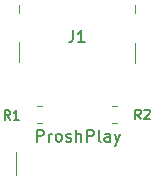
<source format=gbr>
%TF.GenerationSoftware,KiCad,Pcbnew,7.0.1*%
%TF.CreationDate,2023-06-12T18:20:00+05:30*%
%TF.ProjectId,type-C-Breakout,74797065-2d43-42d4-9272-65616b6f7574,rev?*%
%TF.SameCoordinates,Original*%
%TF.FileFunction,Legend,Top*%
%TF.FilePolarity,Positive*%
%FSLAX46Y46*%
G04 Gerber Fmt 4.6, Leading zero omitted, Abs format (unit mm)*
G04 Created by KiCad (PCBNEW 7.0.1) date 2023-06-12 18:20:00*
%MOMM*%
%LPD*%
G01*
G04 APERTURE LIST*
%ADD10C,0.150000*%
%ADD11C,0.120000*%
G04 APERTURE END LIST*
D10*
X130128310Y-96334529D02*
X130128310Y-95334529D01*
X130128310Y-95334529D02*
X130509262Y-95334529D01*
X130509262Y-95334529D02*
X130604500Y-95382148D01*
X130604500Y-95382148D02*
X130652119Y-95429767D01*
X130652119Y-95429767D02*
X130699738Y-95525005D01*
X130699738Y-95525005D02*
X130699738Y-95667862D01*
X130699738Y-95667862D02*
X130652119Y-95763100D01*
X130652119Y-95763100D02*
X130604500Y-95810719D01*
X130604500Y-95810719D02*
X130509262Y-95858338D01*
X130509262Y-95858338D02*
X130128310Y-95858338D01*
X131128310Y-96334529D02*
X131128310Y-95667862D01*
X131128310Y-95858338D02*
X131175929Y-95763100D01*
X131175929Y-95763100D02*
X131223548Y-95715481D01*
X131223548Y-95715481D02*
X131318786Y-95667862D01*
X131318786Y-95667862D02*
X131414024Y-95667862D01*
X131890215Y-96334529D02*
X131794977Y-96286910D01*
X131794977Y-96286910D02*
X131747358Y-96239290D01*
X131747358Y-96239290D02*
X131699739Y-96144052D01*
X131699739Y-96144052D02*
X131699739Y-95858338D01*
X131699739Y-95858338D02*
X131747358Y-95763100D01*
X131747358Y-95763100D02*
X131794977Y-95715481D01*
X131794977Y-95715481D02*
X131890215Y-95667862D01*
X131890215Y-95667862D02*
X132033072Y-95667862D01*
X132033072Y-95667862D02*
X132128310Y-95715481D01*
X132128310Y-95715481D02*
X132175929Y-95763100D01*
X132175929Y-95763100D02*
X132223548Y-95858338D01*
X132223548Y-95858338D02*
X132223548Y-96144052D01*
X132223548Y-96144052D02*
X132175929Y-96239290D01*
X132175929Y-96239290D02*
X132128310Y-96286910D01*
X132128310Y-96286910D02*
X132033072Y-96334529D01*
X132033072Y-96334529D02*
X131890215Y-96334529D01*
X132604501Y-96286910D02*
X132699739Y-96334529D01*
X132699739Y-96334529D02*
X132890215Y-96334529D01*
X132890215Y-96334529D02*
X132985453Y-96286910D01*
X132985453Y-96286910D02*
X133033072Y-96191671D01*
X133033072Y-96191671D02*
X133033072Y-96144052D01*
X133033072Y-96144052D02*
X132985453Y-96048814D01*
X132985453Y-96048814D02*
X132890215Y-96001195D01*
X132890215Y-96001195D02*
X132747358Y-96001195D01*
X132747358Y-96001195D02*
X132652120Y-95953576D01*
X132652120Y-95953576D02*
X132604501Y-95858338D01*
X132604501Y-95858338D02*
X132604501Y-95810719D01*
X132604501Y-95810719D02*
X132652120Y-95715481D01*
X132652120Y-95715481D02*
X132747358Y-95667862D01*
X132747358Y-95667862D02*
X132890215Y-95667862D01*
X132890215Y-95667862D02*
X132985453Y-95715481D01*
X133461644Y-96334529D02*
X133461644Y-95334529D01*
X133890215Y-96334529D02*
X133890215Y-95810719D01*
X133890215Y-95810719D02*
X133842596Y-95715481D01*
X133842596Y-95715481D02*
X133747358Y-95667862D01*
X133747358Y-95667862D02*
X133604501Y-95667862D01*
X133604501Y-95667862D02*
X133509263Y-95715481D01*
X133509263Y-95715481D02*
X133461644Y-95763100D01*
X134366406Y-96334529D02*
X134366406Y-95334529D01*
X134366406Y-95334529D02*
X134747358Y-95334529D01*
X134747358Y-95334529D02*
X134842596Y-95382148D01*
X134842596Y-95382148D02*
X134890215Y-95429767D01*
X134890215Y-95429767D02*
X134937834Y-95525005D01*
X134937834Y-95525005D02*
X134937834Y-95667862D01*
X134937834Y-95667862D02*
X134890215Y-95763100D01*
X134890215Y-95763100D02*
X134842596Y-95810719D01*
X134842596Y-95810719D02*
X134747358Y-95858338D01*
X134747358Y-95858338D02*
X134366406Y-95858338D01*
X135509263Y-96334529D02*
X135414025Y-96286910D01*
X135414025Y-96286910D02*
X135366406Y-96191671D01*
X135366406Y-96191671D02*
X135366406Y-95334529D01*
X136318787Y-96334529D02*
X136318787Y-95810719D01*
X136318787Y-95810719D02*
X136271168Y-95715481D01*
X136271168Y-95715481D02*
X136175930Y-95667862D01*
X136175930Y-95667862D02*
X135985454Y-95667862D01*
X135985454Y-95667862D02*
X135890216Y-95715481D01*
X136318787Y-96286910D02*
X136223549Y-96334529D01*
X136223549Y-96334529D02*
X135985454Y-96334529D01*
X135985454Y-96334529D02*
X135890216Y-96286910D01*
X135890216Y-96286910D02*
X135842597Y-96191671D01*
X135842597Y-96191671D02*
X135842597Y-96096433D01*
X135842597Y-96096433D02*
X135890216Y-96001195D01*
X135890216Y-96001195D02*
X135985454Y-95953576D01*
X135985454Y-95953576D02*
X136223549Y-95953576D01*
X136223549Y-95953576D02*
X136318787Y-95905957D01*
X136699740Y-95667862D02*
X136937835Y-96334529D01*
X137175930Y-95667862D02*
X136937835Y-96334529D01*
X136937835Y-96334529D02*
X136842597Y-96572624D01*
X136842597Y-96572624D02*
X136794978Y-96620243D01*
X136794978Y-96620243D02*
X136699740Y-96667862D01*
%TO.C,*%
%TO.C,J1*%
X133181666Y-86927619D02*
X133181666Y-87641904D01*
X133181666Y-87641904D02*
X133134047Y-87784761D01*
X133134047Y-87784761D02*
X133038809Y-87880000D01*
X133038809Y-87880000D02*
X132895952Y-87927619D01*
X132895952Y-87927619D02*
X132800714Y-87927619D01*
X134181666Y-87927619D02*
X133610238Y-87927619D01*
X133895952Y-87927619D02*
X133895952Y-86927619D01*
X133895952Y-86927619D02*
X133800714Y-87070476D01*
X133800714Y-87070476D02*
X133705476Y-87165714D01*
X133705476Y-87165714D02*
X133610238Y-87213333D01*
%TO.C,R2*%
X138897498Y-94422885D02*
X138630831Y-94041932D01*
X138440355Y-94422885D02*
X138440355Y-93622885D01*
X138440355Y-93622885D02*
X138745117Y-93622885D01*
X138745117Y-93622885D02*
X138821307Y-93660980D01*
X138821307Y-93660980D02*
X138859402Y-93699075D01*
X138859402Y-93699075D02*
X138897498Y-93775266D01*
X138897498Y-93775266D02*
X138897498Y-93889551D01*
X138897498Y-93889551D02*
X138859402Y-93965742D01*
X138859402Y-93965742D02*
X138821307Y-94003837D01*
X138821307Y-94003837D02*
X138745117Y-94041932D01*
X138745117Y-94041932D02*
X138440355Y-94041932D01*
X139202259Y-93699075D02*
X139240355Y-93660980D01*
X139240355Y-93660980D02*
X139316545Y-93622885D01*
X139316545Y-93622885D02*
X139507021Y-93622885D01*
X139507021Y-93622885D02*
X139583212Y-93660980D01*
X139583212Y-93660980D02*
X139621307Y-93699075D01*
X139621307Y-93699075D02*
X139659402Y-93775266D01*
X139659402Y-93775266D02*
X139659402Y-93851456D01*
X139659402Y-93851456D02*
X139621307Y-93965742D01*
X139621307Y-93965742D02*
X139164164Y-94422885D01*
X139164164Y-94422885D02*
X139659402Y-94422885D01*
%TO.C,*%
%TO.C,R1*%
X127841874Y-94482931D02*
X127575207Y-94101978D01*
X127384731Y-94482931D02*
X127384731Y-93682931D01*
X127384731Y-93682931D02*
X127689493Y-93682931D01*
X127689493Y-93682931D02*
X127765683Y-93721026D01*
X127765683Y-93721026D02*
X127803778Y-93759121D01*
X127803778Y-93759121D02*
X127841874Y-93835312D01*
X127841874Y-93835312D02*
X127841874Y-93949597D01*
X127841874Y-93949597D02*
X127803778Y-94025788D01*
X127803778Y-94025788D02*
X127765683Y-94063883D01*
X127765683Y-94063883D02*
X127689493Y-94101978D01*
X127689493Y-94101978D02*
X127384731Y-94101978D01*
X128603778Y-94482931D02*
X128146635Y-94482931D01*
X128375207Y-94482931D02*
X128375207Y-93682931D01*
X128375207Y-93682931D02*
X128299016Y-93797216D01*
X128299016Y-93797216D02*
X128222826Y-93873407D01*
X128222826Y-93873407D02*
X128146635Y-93911502D01*
D11*
%TO.C,J2*%
X128390000Y-99162500D02*
X128390000Y-97232500D01*
%TO.C,J1*%
X138415000Y-89675000D02*
X138415000Y-87975000D01*
X138415000Y-84775000D02*
X138415000Y-85475000D01*
X128615000Y-89625000D02*
X128615000Y-87925000D01*
X128615000Y-84775000D02*
X128615000Y-85475000D01*
%TO.C,R2*%
X136462936Y-93305000D02*
X136917064Y-93305000D01*
X136462936Y-94775000D02*
X136917064Y-94775000D01*
%TO.C,R1*%
X130567064Y-94775000D02*
X130112936Y-94775000D01*
X130567064Y-93305000D02*
X130112936Y-93305000D01*
%TD*%
M02*

</source>
